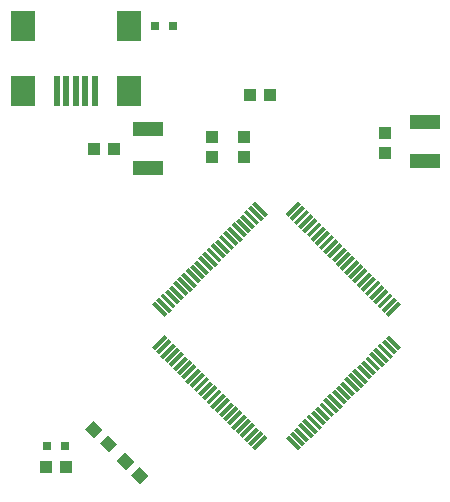
<source format=gtp>
G75*
G70*
%OFA0B0*%
%FSLAX24Y24*%
%IPPOS*%
%LPD*%
%AMOC8*
5,1,8,0,0,1.08239X$1,22.5*
%
%ADD10R,0.0591X0.0138*%
%ADD11R,0.0138X0.0591*%
%ADD12R,0.0197X0.0984*%
%ADD13R,0.0787X0.0984*%
%ADD14R,0.0433X0.0394*%
%ADD15R,0.0394X0.0433*%
%ADD16R,0.0315X0.0315*%
%ADD17R,0.0984X0.0472*%
D10*
G36*
X007507Y007643D02*
X007091Y007227D01*
X006993Y007325D01*
X007409Y007741D01*
X007507Y007643D01*
G37*
G36*
X007646Y007504D02*
X007230Y007088D01*
X007132Y007186D01*
X007548Y007602D01*
X007646Y007504D01*
G37*
G36*
X007786Y007365D02*
X007370Y006949D01*
X007272Y007047D01*
X007688Y007463D01*
X007786Y007365D01*
G37*
G36*
X007925Y007225D02*
X007509Y006809D01*
X007411Y006907D01*
X007827Y007323D01*
X007925Y007225D01*
G37*
G36*
X008064Y007086D02*
X007648Y006670D01*
X007550Y006768D01*
X007966Y007184D01*
X008064Y007086D01*
G37*
G36*
X008203Y006947D02*
X007787Y006531D01*
X007689Y006629D01*
X008105Y007045D01*
X008203Y006947D01*
G37*
G36*
X008342Y006808D02*
X007926Y006392D01*
X007828Y006490D01*
X008244Y006906D01*
X008342Y006808D01*
G37*
G36*
X008482Y006669D02*
X008066Y006253D01*
X007968Y006351D01*
X008384Y006767D01*
X008482Y006669D01*
G37*
G36*
X008621Y006529D02*
X008205Y006113D01*
X008107Y006211D01*
X008523Y006627D01*
X008621Y006529D01*
G37*
G36*
X008760Y006390D02*
X008344Y005974D01*
X008246Y006072D01*
X008662Y006488D01*
X008760Y006390D01*
G37*
G36*
X008899Y006251D02*
X008483Y005835D01*
X008385Y005933D01*
X008801Y006349D01*
X008899Y006251D01*
G37*
G36*
X009038Y006112D02*
X008622Y005696D01*
X008524Y005794D01*
X008940Y006210D01*
X009038Y006112D01*
G37*
G36*
X009178Y005973D02*
X008762Y005557D01*
X008664Y005655D01*
X009080Y006071D01*
X009178Y005973D01*
G37*
G36*
X009317Y005833D02*
X008901Y005417D01*
X008803Y005515D01*
X009219Y005931D01*
X009317Y005833D01*
G37*
G36*
X009456Y005694D02*
X009040Y005278D01*
X008942Y005376D01*
X009358Y005792D01*
X009456Y005694D01*
G37*
G36*
X009595Y005555D02*
X009179Y005139D01*
X009081Y005237D01*
X009497Y005653D01*
X009595Y005555D01*
G37*
G36*
X009734Y005416D02*
X009318Y005000D01*
X009220Y005098D01*
X009636Y005514D01*
X009734Y005416D01*
G37*
G36*
X007368Y007782D02*
X006952Y007366D01*
X006854Y007464D01*
X007270Y007880D01*
X007368Y007782D01*
G37*
G36*
X007229Y007921D02*
X006813Y007505D01*
X006715Y007603D01*
X007131Y008019D01*
X007229Y007921D01*
G37*
G36*
X007090Y008061D02*
X006674Y007645D01*
X006576Y007743D01*
X006992Y008159D01*
X007090Y008061D01*
G37*
G36*
X006951Y008200D02*
X006535Y007784D01*
X006437Y007882D01*
X006853Y008298D01*
X006951Y008200D01*
G37*
G36*
X006811Y008339D02*
X006395Y007923D01*
X006297Y008021D01*
X006713Y008437D01*
X006811Y008339D01*
G37*
G36*
X006672Y008478D02*
X006256Y008062D01*
X006158Y008160D01*
X006574Y008576D01*
X006672Y008478D01*
G37*
G36*
X006533Y008617D02*
X006117Y008201D01*
X006019Y008299D01*
X006435Y008715D01*
X006533Y008617D01*
G37*
G36*
X006394Y008757D02*
X005978Y008341D01*
X005880Y008439D01*
X006296Y008855D01*
X006394Y008757D01*
G37*
G36*
X010848Y013211D02*
X010432Y012795D01*
X010334Y012893D01*
X010750Y013309D01*
X010848Y013211D01*
G37*
G36*
X010987Y013072D02*
X010571Y012656D01*
X010473Y012754D01*
X010889Y013170D01*
X010987Y013072D01*
G37*
G36*
X011126Y012932D02*
X010710Y012516D01*
X010612Y012614D01*
X011028Y013030D01*
X011126Y012932D01*
G37*
G36*
X011266Y012793D02*
X010850Y012377D01*
X010752Y012475D01*
X011168Y012891D01*
X011266Y012793D01*
G37*
G36*
X011405Y012654D02*
X010989Y012238D01*
X010891Y012336D01*
X011307Y012752D01*
X011405Y012654D01*
G37*
G36*
X011544Y012515D02*
X011128Y012099D01*
X011030Y012197D01*
X011446Y012613D01*
X011544Y012515D01*
G37*
G36*
X011683Y012376D02*
X011267Y011960D01*
X011169Y012058D01*
X011585Y012474D01*
X011683Y012376D01*
G37*
G36*
X011822Y012236D02*
X011406Y011820D01*
X011308Y011918D01*
X011724Y012334D01*
X011822Y012236D01*
G37*
G36*
X011961Y012097D02*
X011545Y011681D01*
X011447Y011779D01*
X011863Y012195D01*
X011961Y012097D01*
G37*
G36*
X012101Y011958D02*
X011685Y011542D01*
X011587Y011640D01*
X012003Y012056D01*
X012101Y011958D01*
G37*
G36*
X012240Y011819D02*
X011824Y011403D01*
X011726Y011501D01*
X012142Y011917D01*
X012240Y011819D01*
G37*
G36*
X012379Y011680D02*
X011963Y011264D01*
X011865Y011362D01*
X012281Y011778D01*
X012379Y011680D01*
G37*
G36*
X012518Y011540D02*
X012102Y011124D01*
X012004Y011222D01*
X012420Y011638D01*
X012518Y011540D01*
G37*
G36*
X012657Y011401D02*
X012241Y010985D01*
X012143Y011083D01*
X012559Y011499D01*
X012657Y011401D01*
G37*
G36*
X012797Y011262D02*
X012381Y010846D01*
X012283Y010944D01*
X012699Y011360D01*
X012797Y011262D01*
G37*
G36*
X012936Y011123D02*
X012520Y010707D01*
X012422Y010805D01*
X012838Y011221D01*
X012936Y011123D01*
G37*
G36*
X013075Y010984D02*
X012659Y010568D01*
X012561Y010666D01*
X012977Y011082D01*
X013075Y010984D01*
G37*
G36*
X013214Y010844D02*
X012798Y010428D01*
X012700Y010526D01*
X013116Y010942D01*
X013214Y010844D01*
G37*
G36*
X013353Y010705D02*
X012937Y010289D01*
X012839Y010387D01*
X013255Y010803D01*
X013353Y010705D01*
G37*
G36*
X013493Y010566D02*
X013077Y010150D01*
X012979Y010248D01*
X013395Y010664D01*
X013493Y010566D01*
G37*
G36*
X013632Y010427D02*
X013216Y010011D01*
X013118Y010109D01*
X013534Y010525D01*
X013632Y010427D01*
G37*
G36*
X013771Y010288D02*
X013355Y009872D01*
X013257Y009970D01*
X013673Y010386D01*
X013771Y010288D01*
G37*
G36*
X013910Y010148D02*
X013494Y009732D01*
X013396Y009830D01*
X013812Y010246D01*
X013910Y010148D01*
G37*
G36*
X014049Y010009D02*
X013633Y009593D01*
X013535Y009691D01*
X013951Y010107D01*
X014049Y010009D01*
G37*
G36*
X014189Y009870D02*
X013773Y009454D01*
X013675Y009552D01*
X014091Y009968D01*
X014189Y009870D01*
G37*
D11*
G36*
X014189Y008439D02*
X014091Y008341D01*
X013675Y008757D01*
X013773Y008855D01*
X014189Y008439D01*
G37*
G36*
X014049Y008299D02*
X013951Y008201D01*
X013535Y008617D01*
X013633Y008715D01*
X014049Y008299D01*
G37*
G36*
X013910Y008160D02*
X013812Y008062D01*
X013396Y008478D01*
X013494Y008576D01*
X013910Y008160D01*
G37*
G36*
X013771Y008021D02*
X013673Y007923D01*
X013257Y008339D01*
X013355Y008437D01*
X013771Y008021D01*
G37*
G36*
X013632Y007882D02*
X013534Y007784D01*
X013118Y008200D01*
X013216Y008298D01*
X013632Y007882D01*
G37*
G36*
X013493Y007743D02*
X013395Y007645D01*
X012979Y008061D01*
X013077Y008159D01*
X013493Y007743D01*
G37*
G36*
X013353Y007603D02*
X013255Y007505D01*
X012839Y007921D01*
X012937Y008019D01*
X013353Y007603D01*
G37*
G36*
X013214Y007464D02*
X013116Y007366D01*
X012700Y007782D01*
X012798Y007880D01*
X013214Y007464D01*
G37*
G36*
X013075Y007325D02*
X012977Y007227D01*
X012561Y007643D01*
X012659Y007741D01*
X013075Y007325D01*
G37*
G36*
X012936Y007186D02*
X012838Y007088D01*
X012422Y007504D01*
X012520Y007602D01*
X012936Y007186D01*
G37*
G36*
X012797Y007047D02*
X012699Y006949D01*
X012283Y007365D01*
X012381Y007463D01*
X012797Y007047D01*
G37*
G36*
X012657Y006907D02*
X012559Y006809D01*
X012143Y007225D01*
X012241Y007323D01*
X012657Y006907D01*
G37*
G36*
X012518Y006768D02*
X012420Y006670D01*
X012004Y007086D01*
X012102Y007184D01*
X012518Y006768D01*
G37*
G36*
X012379Y006629D02*
X012281Y006531D01*
X011865Y006947D01*
X011963Y007045D01*
X012379Y006629D01*
G37*
G36*
X012240Y006490D02*
X012142Y006392D01*
X011726Y006808D01*
X011824Y006906D01*
X012240Y006490D01*
G37*
G36*
X012101Y006351D02*
X012003Y006253D01*
X011587Y006669D01*
X011685Y006767D01*
X012101Y006351D01*
G37*
G36*
X011961Y006211D02*
X011863Y006113D01*
X011447Y006529D01*
X011545Y006627D01*
X011961Y006211D01*
G37*
G36*
X011822Y006072D02*
X011724Y005974D01*
X011308Y006390D01*
X011406Y006488D01*
X011822Y006072D01*
G37*
G36*
X011683Y005933D02*
X011585Y005835D01*
X011169Y006251D01*
X011267Y006349D01*
X011683Y005933D01*
G37*
G36*
X011544Y005794D02*
X011446Y005696D01*
X011030Y006112D01*
X011128Y006210D01*
X011544Y005794D01*
G37*
G36*
X011405Y005655D02*
X011307Y005557D01*
X010891Y005973D01*
X010989Y006071D01*
X011405Y005655D01*
G37*
G36*
X011266Y005515D02*
X011168Y005417D01*
X010752Y005833D01*
X010850Y005931D01*
X011266Y005515D01*
G37*
G36*
X011126Y005376D02*
X011028Y005278D01*
X010612Y005694D01*
X010710Y005792D01*
X011126Y005376D01*
G37*
G36*
X010987Y005237D02*
X010889Y005139D01*
X010473Y005555D01*
X010571Y005653D01*
X010987Y005237D01*
G37*
G36*
X010848Y005098D02*
X010750Y005000D01*
X010334Y005416D01*
X010432Y005514D01*
X010848Y005098D01*
G37*
G36*
X006394Y009552D02*
X006296Y009454D01*
X005880Y009870D01*
X005978Y009968D01*
X006394Y009552D01*
G37*
G36*
X006533Y009691D02*
X006435Y009593D01*
X006019Y010009D01*
X006117Y010107D01*
X006533Y009691D01*
G37*
G36*
X006672Y009830D02*
X006574Y009732D01*
X006158Y010148D01*
X006256Y010246D01*
X006672Y009830D01*
G37*
G36*
X006811Y009970D02*
X006713Y009872D01*
X006297Y010288D01*
X006395Y010386D01*
X006811Y009970D01*
G37*
G36*
X006951Y010109D02*
X006853Y010011D01*
X006437Y010427D01*
X006535Y010525D01*
X006951Y010109D01*
G37*
G36*
X007090Y010248D02*
X006992Y010150D01*
X006576Y010566D01*
X006674Y010664D01*
X007090Y010248D01*
G37*
G36*
X007229Y010387D02*
X007131Y010289D01*
X006715Y010705D01*
X006813Y010803D01*
X007229Y010387D01*
G37*
G36*
X007368Y010526D02*
X007270Y010428D01*
X006854Y010844D01*
X006952Y010942D01*
X007368Y010526D01*
G37*
G36*
X007507Y010666D02*
X007409Y010568D01*
X006993Y010984D01*
X007091Y011082D01*
X007507Y010666D01*
G37*
G36*
X007646Y010805D02*
X007548Y010707D01*
X007132Y011123D01*
X007230Y011221D01*
X007646Y010805D01*
G37*
G36*
X007786Y010944D02*
X007688Y010846D01*
X007272Y011262D01*
X007370Y011360D01*
X007786Y010944D01*
G37*
G36*
X007925Y011083D02*
X007827Y010985D01*
X007411Y011401D01*
X007509Y011499D01*
X007925Y011083D01*
G37*
G36*
X008064Y011222D02*
X007966Y011124D01*
X007550Y011540D01*
X007648Y011638D01*
X008064Y011222D01*
G37*
G36*
X008203Y011362D02*
X008105Y011264D01*
X007689Y011680D01*
X007787Y011778D01*
X008203Y011362D01*
G37*
G36*
X008342Y011501D02*
X008244Y011403D01*
X007828Y011819D01*
X007926Y011917D01*
X008342Y011501D01*
G37*
G36*
X008482Y011640D02*
X008384Y011542D01*
X007968Y011958D01*
X008066Y012056D01*
X008482Y011640D01*
G37*
G36*
X008621Y011779D02*
X008523Y011681D01*
X008107Y012097D01*
X008205Y012195D01*
X008621Y011779D01*
G37*
G36*
X008760Y011918D02*
X008662Y011820D01*
X008246Y012236D01*
X008344Y012334D01*
X008760Y011918D01*
G37*
G36*
X008899Y012058D02*
X008801Y011960D01*
X008385Y012376D01*
X008483Y012474D01*
X008899Y012058D01*
G37*
G36*
X009038Y012197D02*
X008940Y012099D01*
X008524Y012515D01*
X008622Y012613D01*
X009038Y012197D01*
G37*
G36*
X009178Y012336D02*
X009080Y012238D01*
X008664Y012654D01*
X008762Y012752D01*
X009178Y012336D01*
G37*
G36*
X009317Y012475D02*
X009219Y012377D01*
X008803Y012793D01*
X008901Y012891D01*
X009317Y012475D01*
G37*
G36*
X009456Y012614D02*
X009358Y012516D01*
X008942Y012932D01*
X009040Y013030D01*
X009456Y012614D01*
G37*
G36*
X009595Y012754D02*
X009497Y012656D01*
X009081Y013072D01*
X009179Y013170D01*
X009595Y012754D01*
G37*
G36*
X009734Y012893D02*
X009636Y012795D01*
X009220Y013211D01*
X009318Y013309D01*
X009734Y012893D01*
G37*
D12*
X003964Y016970D03*
X003649Y016970D03*
X003334Y016970D03*
X003019Y016970D03*
X002704Y016970D03*
D13*
X001563Y016970D03*
X001563Y019135D03*
X005106Y019135D03*
X005106Y016970D03*
D14*
X002350Y004454D03*
X003019Y004454D03*
G36*
X003961Y005399D02*
X003656Y005704D01*
X003935Y005983D01*
X004240Y005678D01*
X003961Y005399D01*
G37*
G36*
X004434Y004926D02*
X004129Y005231D01*
X004408Y005510D01*
X004713Y005205D01*
X004434Y004926D01*
G37*
G36*
X004985Y004933D02*
X005290Y004628D01*
X005011Y004349D01*
X004706Y004654D01*
X004985Y004933D01*
G37*
G36*
X005458Y004460D02*
X005763Y004155D01*
X005484Y003876D01*
X005179Y004181D01*
X005458Y004460D01*
G37*
X004619Y015054D03*
X003950Y015054D03*
X009150Y016854D03*
X009819Y016854D03*
D15*
X008934Y015439D03*
X008934Y014770D03*
X007884Y014770D03*
X007884Y015439D03*
X013634Y015589D03*
X013634Y014920D03*
D16*
X006579Y019154D03*
X005989Y019154D03*
X002979Y005154D03*
X002389Y005154D03*
D17*
X005734Y014405D03*
X005734Y015704D03*
X014984Y015954D03*
X014984Y014655D03*
M02*

</source>
